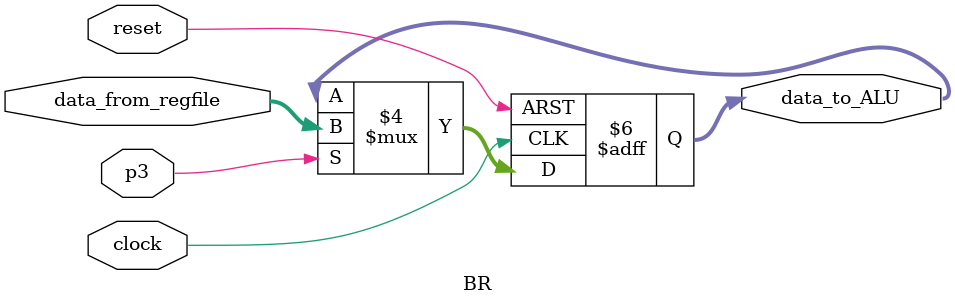
<source format=v>
module BR (
	input p3, // if (p3 == 1'b1) then update all data
	input reset, // if (reset == 1'b1) then format all data
	input clock,
	input [15:0] data_from_regfile,
	output reg [15:0] data_to_ALU);
	
	always @(posedge clock or posedge reset) begin
		if (reset == 1'b1) begin
			data_to_ALU <= 16'b0000000000000000;
		end else if (p3 == 1'b1) begin
			data_to_ALU <= data_from_regfile;
		end
	end
	
endmodule	
	
</source>
